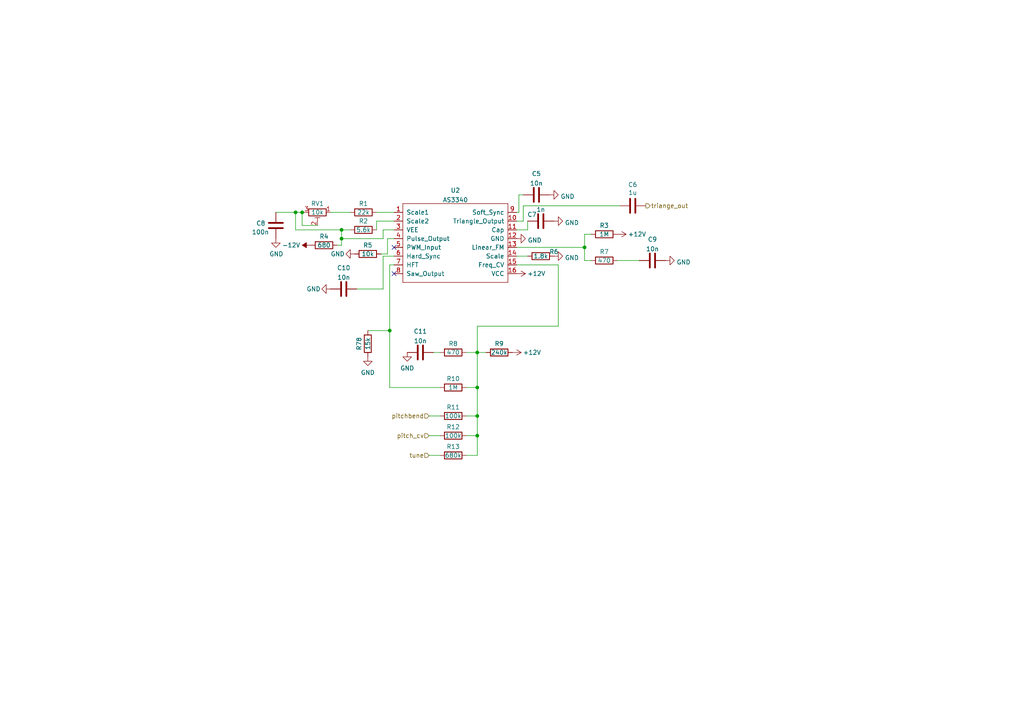
<source format=kicad_sch>
(kicad_sch (version 20211123) (generator eeschema)
  (paper "A4")
  (lib_symbols
    (symbol "ao_symbols:AS3340" (pin_names (offset 1.016))
      (property "Reference" "U" (at 0 15.24 0))
      (property "Value" "AS3340" (at 0 12.7 0))
      (symbol "AS3340_0_1"
        (rectangle (start -15.24 11.43) (end 15.24 -11.43))
      )
      (symbol "AS3340_1_1"
        (pin passive line (at -17.78 8.89 0) (length 2.54) (name "Scale1") (number "1"))
        (pin output line (at 17.78 6.35 180) (length 2.54) (name "Triangle_Output") (number "10"))
        (pin passive line (at 17.78 3.81 180) (length 2.54) (name "Cap") (number "11"))
        (pin power_in line (at 17.78 1.27 180) (length 2.54) (name "GND") (number "12"))
        (pin input line (at 17.78 -1.27 180) (length 2.54) (name "Linear_FM") (number "13"))
        (pin passive line (at 17.78 -3.81 180) (length 2.54) (name "Scale") (number "14"))
        (pin input line (at 17.78 -6.35 180) (length 2.54) (name "Freq_CV") (number "15"))
        (pin power_in line (at 17.78 -8.89 180) (length 2.54) (name "VCC") (number "16"))
        (pin passive line (at -17.78 6.35 0) (length 2.54) (name "Scale2") (number "2"))
        (pin power_in line (at -17.78 3.81 0) (length 2.54) (name "VEE") (number "3"))
        (pin output line (at -17.78 1.27 0) (length 2.54) (name "Pulse_Output") (number "4"))
        (pin input line (at -17.78 -1.27 0) (length 2.54) (name "PWM_Input") (number "5"))
        (pin input line (at -17.78 -3.81 0) (length 2.54) (name "Hard_Sync") (number "6"))
        (pin input line (at -17.78 -6.35 0) (length 2.54) (name "HFT") (number "7"))
        (pin output line (at -17.78 -8.89 0) (length 2.54) (name "Saw_Output") (number "8"))
        (pin input line (at 17.78 8.89 180) (length 2.54) (name "Soft_Sync") (number "9"))
      )
    )
    (symbol "ao_symbols:C" (pin_numbers hide) (pin_names (offset 0.254))
      (property "Reference" "C" (at 0.635 2.54 0))
      (property "Value" "C" (at 0.635 -2.54 0))
      (symbol "C_0_1"
        (polyline (pts (xy -2.032 -0.762) (xy 2.032 -0.762)) (stroke (width 0.508)))
        (polyline (pts (xy -2.032 0.762) (xy 2.032 0.762)) (stroke (width 0.508)))
      )
      (symbol "C_1_1"
        (pin passive line (at 0 3.81 270) (length 2.794) (name "~") (number "1"))
        (pin passive line (at 0 -3.81 90) (length 2.794) (name "~") (number "2"))
      )
    )
    (symbol "ao_symbols:R" (pin_numbers hide) (pin_names (offset 0))
      (property "Reference" "R" (at 2.032 0 90))
      (property "Value" "R" (at 0 0 90))
      (symbol "R_0_1"
        (rectangle (start -1.016 -2.54) (end 1.016 2.54) (stroke (width 0.254)))
      )
      (symbol "R_1_1"
        (pin passive line (at 0 3.81 270) (length 1.27) (name "~") (number "1"))
        (pin passive line (at 0 -3.81 90) (length 1.27) (name "~") (number "2"))
      )
    )
    (symbol "ao_symbols:R_POT_TRIM_3296W" (pin_names (offset 1.016) hide)
      (property "Reference" "RV" (at -4.445 0 90))
      (property "Value" "R_POT_TRIM_3296W" (at -2.54 0 90))
      (symbol "R_POT_TRIM_3296W_0_1"
        (polyline (pts (xy 1.524 0.762) (xy 1.524 -0.762)))
        (polyline (pts (xy 2.54 0) (xy 1.524 0)))
        (rectangle (start 1.016 2.54) (end -1.016 -2.54) (stroke (width 0.254)))
      )
      (symbol "R_POT_TRIM_3296W_1_1"
        (pin passive line (at 0 3.81 270) (length 1.27) (name "1") (number "1"))
        (pin passive line (at 3.81 0 180) (length 1.27) (name "2") (number "2"))
        (pin passive line (at 0 -3.81 90) (length 1.27) (name "3") (number "3"))
      )
    )
    (symbol "power:+12V" (power) (pin_names (offset 0))
      (property "Value" "+12V" (at 0 3.556 0))
      (symbol "+12V_0_1"
        (polyline (pts (xy -0.762 1.27) (xy 0 2.54)))
        (polyline (pts (xy 0 0) (xy 0 2.54)))
        (polyline (pts (xy 0 2.54) (xy 0.762 1.27)))
      )
      (symbol "+12V_1_1"
        (pin power_in line (at 0 0 90) (length 0) hide (name "+12V") (number "1"))
      )
    )
    (symbol "power:-12V" (power) (pin_names (offset 0))
      (property "Value" "-12V" (at 0 3.81 0))
      (symbol "-12V_0_0"
        (pin power_in line (at 0 0 90) (length 0) hide (name "-12V") (number "1"))
      )
      (symbol "-12V_0_1"
        (polyline (pts (xy 0 0) (xy 0 1.27) (xy 0.762 1.27) (xy 0 2.54) (xy -0.762 1.27) (xy 0 1.27)) (fill (type outline)))
      )
    )
    (symbol "power:GND" (power) (pin_names (offset 0))
      (property "Value" "GND" (at 0 -3.81 0))
      (symbol "GND_0_1"
        (polyline (pts (xy 0 0) (xy 0 -1.27) (xy 1.27 -1.27) (xy 0 -2.54) (xy -1.27 -1.27) (xy 0 -1.27)))
      )
      (symbol "GND_1_1"
        (pin power_in line (at 0 0 270) (length 0) hide (name "GND") (number "1"))
      )
    )
  )
  (junction (at 85.725 61.595))
  (junction (at 138.43 126.365))
  (junction (at 138.43 102.235))
  (junction (at 113.03 95.885))
  (junction (at 87.63 61.595))
  (junction (at 138.43 112.395))
  (junction (at 99.06 66.675))
  (junction (at 99.06 69.215))
  (junction (at 169.545 71.755))
  (junction (at 138.43 120.65))
  (no_connect (at 114.3 79.375))
  (no_connect (at 114.3 71.755))
  (wire (pts (xy 149.86 61.595) (xy 150.495 61.595)))
  (wire (pts (xy 161.925 76.835) (xy 161.925 94.615)))
  (wire (pts (xy 109.22 66.675) (xy 109.22 64.135)))
  (wire (pts (xy 150.495 56.515) (xy 151.765 56.515)))
  (wire (pts (xy 111.125 74.295) (xy 111.125 83.82)))
  (wire (pts (xy 114.3 69.215) (xy 112.395 69.215)))
  (wire (pts (xy 124.46 132.08) (xy 127.635 132.08)))
  (wire (pts (xy 124.46 120.65) (xy 127.635 120.65)))
  (wire (pts (xy 127.635 112.395) (xy 113.03 112.395)))
  (wire (pts (xy 135.255 112.395) (xy 138.43 112.395)))
  (wire (pts (xy 138.43 102.235) (xy 138.43 94.615)))
  (wire (pts (xy 169.545 67.945) (xy 171.45 67.945)))
  (wire (pts (xy 112.395 69.215) (xy 112.395 73.66)))
  (wire (pts (xy 124.46 126.365) (xy 127.635 126.365)))
  (wire (pts (xy 151.765 64.135) (xy 151.765 59.69)))
  (wire (pts (xy 113.03 76.835) (xy 113.03 95.885)))
  (wire (pts (xy 95.885 61.595) (xy 101.6 61.595)))
  (wire (pts (xy 135.255 102.235) (xy 138.43 102.235)))
  (wire (pts (xy 161.925 76.835) (xy 149.86 76.835)))
  (wire (pts (xy 80.01 61.595) (xy 85.725 61.595)))
  (wire (pts (xy 111.125 66.675) (xy 111.125 69.215)))
  (wire (pts (xy 114.3 66.675) (xy 111.125 66.675)))
  (wire (pts (xy 87.63 61.595) (xy 88.265 61.595)))
  (wire (pts (xy 99.06 71.12) (xy 99.06 69.215)))
  (wire (pts (xy 106.68 95.885) (xy 113.03 95.885)))
  (wire (pts (xy 92.075 65.405) (xy 87.63 65.405)))
  (wire (pts (xy 114.3 74.295) (xy 111.125 74.295)))
  (wire (pts (xy 151.765 59.69) (xy 179.705 59.69)))
  (wire (pts (xy 135.255 120.65) (xy 138.43 120.65)))
  (wire (pts (xy 149.86 71.755) (xy 169.545 71.755)))
  (wire (pts (xy 149.86 66.675) (xy 153.035 66.675)))
  (wire (pts (xy 87.63 65.405) (xy 87.63 61.595)))
  (wire (pts (xy 179.07 75.565) (xy 185.42 75.565)))
  (wire (pts (xy 112.395 73.66) (xy 110.49 73.66)))
  (wire (pts (xy 150.495 61.595) (xy 150.495 56.515)))
  (wire (pts (xy 109.22 61.595) (xy 114.3 61.595)))
  (wire (pts (xy 149.86 64.135) (xy 151.765 64.135)))
  (wire (pts (xy 153.035 66.675) (xy 153.035 64.135)))
  (wire (pts (xy 138.43 132.08) (xy 138.43 126.365)))
  (wire (pts (xy 171.45 75.565) (xy 169.545 75.565)))
  (wire (pts (xy 138.43 120.65) (xy 138.43 112.395)))
  (wire (pts (xy 161.925 94.615) (xy 138.43 94.615)))
  (wire (pts (xy 135.255 132.08) (xy 138.43 132.08)))
  (wire (pts (xy 111.125 69.215) (xy 99.06 69.215)))
  (wire (pts (xy 138.43 120.65) (xy 138.43 126.365)))
  (wire (pts (xy 113.03 95.885) (xy 113.03 112.395)))
  (wire (pts (xy 99.06 66.675) (xy 85.725 66.675)))
  (wire (pts (xy 138.43 126.365) (xy 135.255 126.365)))
  (wire (pts (xy 109.22 64.135) (xy 114.3 64.135)))
  (wire (pts (xy 125.73 102.235) (xy 127.635 102.235)))
  (wire (pts (xy 138.43 112.395) (xy 138.43 102.235)))
  (wire (pts (xy 99.06 69.215) (xy 99.06 66.675)))
  (wire (pts (xy 85.725 66.675) (xy 85.725 61.595)))
  (wire (pts (xy 149.86 74.295) (xy 153.035 74.295)))
  (wire (pts (xy 101.6 66.675) (xy 99.06 66.675)))
  (wire (pts (xy 169.545 75.565) (xy 169.545 71.755)))
  (wire (pts (xy 169.545 67.945) (xy 169.545 71.755)))
  (wire (pts (xy 97.79 71.12) (xy 99.06 71.12)))
  (wire (pts (xy 111.125 83.82) (xy 103.505 83.82)))
  (wire (pts (xy 138.43 102.235) (xy 140.97 102.235)))
  (wire (pts (xy 113.03 76.835) (xy 114.3 76.835)))
  (wire (pts (xy 85.725 61.595) (xy 87.63 61.595)))
  (hierarchical_label "pitchbend" (shape input) (at 124.46 120.65 180))
  (hierarchical_label "pitch_cv" (shape input) (at 124.46 126.365 180))
  (hierarchical_label "tune" (shape input) (at 124.46 132.08 180))
  (hierarchical_label "triange_out" (shape output) (at 187.325 59.69 0))
  (symbol (lib_id "ao_symbols:C") (at 183.515 59.69 90)
    (property "Reference" "C6" (at 183.515 53.5645 90))
    (property "Value" "1u" (at 183.515 55.88 90))
    (property "Footprint" "ao_tht:C_Rect_L7.2mm_W7.2mm_P5.00mm_FKS2_FKP2_MKS2_MKP2" (effects hide))
    (property "Vendor" "Tayda" (effects hide))
  )
  (symbol (lib_id "power:+12V") (at 179.07 67.945 270)
    (property "Reference" "#PWR013" (effects hide))
    (property "Value" "+12V" (at 184.785 67.945 90))
  )
  (symbol (lib_id "ao_symbols:AS3340") (at 132.08 70.485 0)
    (property "Reference" "U2" (at 132.08 55.2155 0))
    (property "Value" "AS3340" (at 132.08 57.9906 0))
    (property "Footprint" "ao_tht:DIP-16_W7.62mm_Socket_LongPads" (effects hide))
  )
  (symbol (lib_id "ao_symbols:R") (at 93.98 71.12 90)
    (property "Reference" "R4" (at 93.98 68.58 90))
    (property "Value" "680" (at 93.98 71.12 90))
    (property "Footprint" "ao_tht:R_Axial_DIN0207_L6.3mm_D2.5mm_P10.16mm_Horizontal" (effects hide))
    (property "Vendor" "Tayda" (effects hide))
  )
  (symbol (lib_id "power:+12V") (at 148.59 102.235 270)
    (property "Reference" "#PWR023" (effects hide))
    (property "Value" "+12V" (at 154.305 102.235 90))
  )
  (symbol (lib_id "power:GND") (at 106.68 103.505 0) (unit 1)
    (property "Reference" "#PWR0197" (effects hide))
    (property "Value" "GND" (at 106.68 108.0675 0))
  )
  (symbol (lib_id "ao_symbols:R") (at 106.68 99.695 180) (unit 1)
    (property "Reference" "R78" (at 104.14 99.695 90))
    (property "Value" "15k" (at 106.68 99.695 90))
    (property "Footprint" "ao_tht:R_Axial_DIN0207_L6.3mm_D2.5mm_P10.16mm_Horizontal" (effects hide))
    (property "Vendor" "Tayda" (effects hide))
  )
  (symbol (lib_id "ao_symbols:C") (at 80.01 65.405 180)
    (property "Reference" "C8" (at 74.295 64.77 0) (effects (justify right)))
    (property "Value" "100n" (at 73.025 67.31 0) (effects (justify right)))
    (property "Footprint" "ao_tht:C_Disc_D3.0mm_W1.6mm_P2.50mm" (effects hide))
    (property "Vendor" "Tayda" (effects hide))
  )
  (symbol (lib_id "power:-12V") (at 90.17 71.12 90)
    (property "Reference" "#PWR016" (effects hide))
    (property "Value" "-12V" (at 84.455 71.12 90))
  )
  (symbol (lib_id "ao_symbols:R") (at 105.41 66.675 90)
    (property "Reference" "R2" (at 105.41 64.135 90))
    (property "Value" "5.6k" (at 105.41 66.675 90))
    (property "Footprint" "ao_tht:R_Axial_DIN0207_L6.3mm_D2.5mm_P10.16mm_Horizontal" (effects hide))
    (property "Vendor" "Tayda" (effects hide))
  )
  (symbol (lib_id "ao_symbols:R") (at 106.68 73.66 90)
    (property "Reference" "R5" (at 106.68 71.12 90))
    (property "Value" "10k" (at 106.68 73.66 90))
    (property "Footprint" "ao_tht:R_Axial_DIN0207_L6.3mm_D2.5mm_P10.16mm_Horizontal" (effects hide))
    (property "Vendor" "Tayda" (effects hide))
  )
  (symbol (lib_id "ao_symbols:R_POT_TRIM_3296W") (at 92.075 61.595 270)
    (property "Reference" "RV1" (at 92.075 59.055 90))
    (property "Value" "10k" (at 92.075 61.595 90))
    (property "Footprint" "ao_tht:Potentiometer_Bourns_3296Z_Horizontal" (effects hide))
    (property "Vendor" "Tayda" (effects hide))
  )
  (symbol (lib_id "ao_symbols:R") (at 131.445 132.08 90)
    (property "Reference" "R13" (at 131.445 129.54 90))
    (property "Value" "680k" (at 131.445 132.08 90))
    (property "Footprint" "ao_tht:R_Axial_DIN0207_L6.3mm_D2.5mm_P10.16mm_Horizontal" (effects hide))
    (property "Vendor" "Tayda" (effects hide))
  )
  (symbol (lib_id "power:GND") (at 149.86 69.215 90)
    (property "Reference" "#PWR015" (effects hide))
    (property "Value" "GND" (at 153.035 69.694 90) (effects (justify right)))
  )
  (symbol (lib_id "power:GND") (at 95.885 83.82 270)
    (property "Reference" "#PWR021" (effects hide))
    (property "Value" "GND" (at 88.9 83.82 90) (effects (justify left)))
  )
  (symbol (lib_id "ao_symbols:C") (at 99.695 83.82 90)
    (property "Reference" "C10" (at 99.695 77.6945 90))
    (property "Value" "10n" (at 99.695 80.4696 90))
    (property "Footprint" "ao_tht:C_Disc_D3.0mm_W1.6mm_P2.50mm" (effects hide))
    (property "Vendor" "Tayda" (effects hide))
  )
  (symbol (lib_id "ao_symbols:R") (at 175.26 75.565 90)
    (property "Reference" "R7" (at 175.26 73.025 90))
    (property "Value" "470" (at 175.26 75.565 90))
    (property "Footprint" "ao_tht:R_Axial_DIN0207_L6.3mm_D2.5mm_P10.16mm_Horizontal" (effects hide))
    (property "Vendor" "Tayda" (effects hide))
  )
  (symbol (lib_id "power:GND") (at 193.04 75.565 90)
    (property "Reference" "#PWR019" (effects hide))
    (property "Value" "GND" (at 196.215 76.044 90) (effects (justify right)))
  )
  (symbol (lib_id "power:GND") (at 80.01 69.215 0)
    (property "Reference" "#PWR014" (effects hide))
    (property "Value" "GND" (at 78.105 73.66 0) (effects (justify left)))
  )
  (symbol (lib_id "power:+12V") (at 149.86 79.375 270)
    (property "Reference" "#PWR020" (effects hide))
    (property "Value" "+12V" (at 155.575 79.375 90))
  )
  (symbol (lib_id "ao_symbols:R") (at 144.78 102.235 90)
    (property "Reference" "R9" (at 144.78 99.695 90))
    (property "Value" "240k" (at 144.78 102.235 90))
    (property "Footprint" "ao_tht:R_Axial_DIN0207_L6.3mm_D2.5mm_P10.16mm_Horizontal" (effects hide))
    (property "Vendor" "Tayda" (effects hide))
  )
  (symbol (lib_id "ao_symbols:C") (at 155.575 56.515 90)
    (property "Reference" "C5" (at 155.575 50.3895 90))
    (property "Value" "10n" (at 155.575 53.1646 90))
    (property "Footprint" "ao_tht:C_Disc_D3.0mm_W1.6mm_P2.50mm" (effects hide))
    (property "Vendor" "Tayda" (effects hide))
  )
  (symbol (lib_id "ao_symbols:C") (at 121.92 102.235 90)
    (property "Reference" "C11" (at 121.92 96.1095 90))
    (property "Value" "10n" (at 121.92 98.8846 90))
    (property "Footprint" "ao_tht:C_Disc_D3.0mm_W1.6mm_P2.50mm" (effects hide))
    (property "Vendor" "Tayda" (effects hide))
  )
  (symbol (lib_id "ao_symbols:C") (at 189.23 75.565 90)
    (property "Reference" "C9" (at 189.23 69.4395 90))
    (property "Value" "10n" (at 189.23 72.2146 90))
    (property "Footprint" "ao_tht:C_Disc_D3.0mm_W1.6mm_P2.50mm" (effects hide))
    (property "Vendor" "Tayda" (effects hide))
  )
  (symbol (lib_id "ao_symbols:C") (at 156.845 64.135 90)
    (property "Reference" "C7" (at 154.305 62.23 90))
    (property "Value" "1n" (at 156.845 60.7846 90))
    (property "Footprint" "ao_tht:C_Disc_D3.0mm_W1.6mm_P2.50mm" (effects hide))
    (property "Vendor" "Tayda" (effects hide))
  )
  (symbol (lib_id "power:GND") (at 159.385 56.515 90)
    (property "Reference" "#PWR011" (effects hide))
    (property "Value" "GND" (at 162.56 56.994 90) (effects (justify right)))
  )
  (symbol (lib_id "ao_symbols:R") (at 131.445 102.235 90)
    (property "Reference" "R8" (at 131.445 99.695 90))
    (property "Value" "470" (at 131.445 102.235 90))
    (property "Footprint" "ao_tht:R_Axial_DIN0207_L6.3mm_D2.5mm_P10.16mm_Horizontal" (effects hide))
    (property "Vendor" "Tayda" (effects hide))
  )
  (symbol (lib_id "ao_symbols:R") (at 131.445 126.365 90)
    (property "Reference" "R12" (at 131.445 123.825 90))
    (property "Value" "100k" (at 131.445 126.365 90))
    (property "Footprint" "ao_tht:R_Axial_DIN0207_L6.3mm_D2.5mm_P10.16mm_Horizontal" (effects hide))
    (property "Vendor" "Tayda" (effects hide))
  )
  (symbol (lib_id "ao_symbols:R") (at 105.41 61.595 90)
    (property "Reference" "R1" (at 105.41 59.055 90))
    (property "Value" "22k" (at 105.41 61.595 90))
    (property "Footprint" "ao_tht:R_Axial_DIN0207_L6.3mm_D2.5mm_P10.16mm_Horizontal" (effects hide))
    (property "Vendor" "Tayda" (effects hide))
  )
  (symbol (lib_id "power:GND") (at 118.11 102.235 0)
    (property "Reference" "#PWR022" (effects hide))
    (property "Value" "GND" (at 118.11 106.7975 0))
  )
  (symbol (lib_id "ao_symbols:R") (at 131.445 112.395 90)
    (property "Reference" "R10" (at 131.445 109.855 90))
    (property "Value" "1M" (at 131.445 112.395 90))
    (property "Footprint" "ao_tht:R_Axial_DIN0207_L6.3mm_D2.5mm_P10.16mm_Horizontal" (effects hide))
    (property "Vendor" "Tayda" (effects hide))
  )
  (symbol (lib_id "power:GND") (at 160.655 64.135 90)
    (property "Reference" "#PWR012" (effects hide))
    (property "Value" "GND" (at 163.83 64.614 90) (effects (justify right)))
  )
  (symbol (lib_id "ao_symbols:R") (at 175.26 67.945 90)
    (property "Reference" "R3" (at 175.26 65.405 90))
    (property "Value" "1M" (at 175.26 67.945 90))
    (property "Footprint" "ao_tht:R_Axial_DIN0207_L6.3mm_D2.5mm_P10.16mm_Horizontal" (effects hide))
    (property "Vendor" "Tayda" (effects hide))
  )
  (symbol (lib_id "power:GND") (at 160.655 74.295 90)
    (property "Reference" "#PWR018" (effects hide))
    (property "Value" "GND" (at 163.83 74.774 90) (effects (justify right)))
  )
  (symbol (lib_id "ao_symbols:R") (at 156.845 74.295 90)
    (property "Reference" "R6" (at 160.655 73.025 90))
    (property "Value" "1.8k" (at 156.845 74.295 90))
    (property "Footprint" "ao_tht:R_Axial_DIN0207_L6.3mm_D2.5mm_P10.16mm_Horizontal" (effects hide))
    (property "Vendor" "Tayda" (effects hide))
  )
  (symbol (lib_id "ao_symbols:R") (at 131.445 120.65 90)
    (property "Reference" "R11" (at 131.445 118.11 90))
    (property "Value" "100k" (at 131.445 120.65 90))
    (property "Footprint" "ao_tht:R_Axial_DIN0207_L6.3mm_D2.5mm_P10.16mm_Horizontal" (effects hide))
    (property "Vendor" "Tayda" (effects hide))
  )
  (symbol (lib_id "power:GND") (at 102.87 73.66 270)
    (property "Reference" "#PWR017" (effects hide))
    (property "Value" "GND" (at 95.885 73.66 90) (effects (justify left)))
  )
)
</source>
